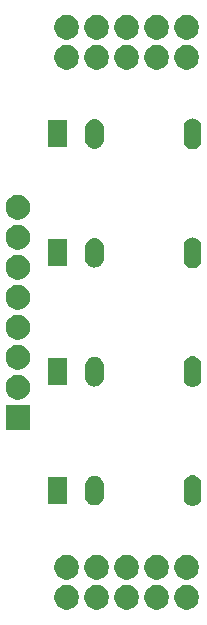
<source format=gbr>
G04 #@! TF.GenerationSoftware,KiCad,Pcbnew,5.1.5-52549c5~84~ubuntu18.04.1*
G04 #@! TF.CreationDate,2020-03-23T11:22:08-04:00*
G04 #@! TF.ProjectId,bbf-eurojacks-thonkiconn,6262662d-6575-4726-9f6a-61636b732d74,rev?*
G04 #@! TF.SameCoordinates,Original*
G04 #@! TF.FileFunction,Soldermask,Top*
G04 #@! TF.FilePolarity,Negative*
%FSLAX46Y46*%
G04 Gerber Fmt 4.6, Leading zero omitted, Abs format (unit mm)*
G04 Created by KiCad (PCBNEW 5.1.5-52549c5~84~ubuntu18.04.1) date 2020-03-23 11:22:08*
%MOMM*%
%LPD*%
G04 APERTURE LIST*
%ADD10C,0.100000*%
G04 APERTURE END LIST*
D10*
G36*
X152304865Y-128127220D02*
G01*
X152494388Y-128205723D01*
X152664954Y-128319692D01*
X152810008Y-128464746D01*
X152923977Y-128635312D01*
X153002480Y-128824835D01*
X153042500Y-129026031D01*
X153042500Y-129231169D01*
X153002480Y-129432365D01*
X152923977Y-129621888D01*
X152810008Y-129792454D01*
X152664954Y-129937508D01*
X152494388Y-130051477D01*
X152494387Y-130051478D01*
X152494386Y-130051478D01*
X152304865Y-130129980D01*
X152103670Y-130170000D01*
X151898530Y-130170000D01*
X151697335Y-130129980D01*
X151507814Y-130051478D01*
X151507813Y-130051478D01*
X151507812Y-130051477D01*
X151337246Y-129937508D01*
X151192192Y-129792454D01*
X151078223Y-129621888D01*
X150999720Y-129432365D01*
X150959700Y-129231169D01*
X150959700Y-129026031D01*
X150999720Y-128824835D01*
X151078223Y-128635312D01*
X151192192Y-128464746D01*
X151337246Y-128319692D01*
X151507812Y-128205723D01*
X151697335Y-128127220D01*
X151898530Y-128087200D01*
X152103670Y-128087200D01*
X152304865Y-128127220D01*
G37*
G36*
X154844865Y-128127220D02*
G01*
X155034388Y-128205723D01*
X155204954Y-128319692D01*
X155350008Y-128464746D01*
X155463977Y-128635312D01*
X155542480Y-128824835D01*
X155582500Y-129026031D01*
X155582500Y-129231169D01*
X155542480Y-129432365D01*
X155463977Y-129621888D01*
X155350008Y-129792454D01*
X155204954Y-129937508D01*
X155034388Y-130051477D01*
X155034387Y-130051478D01*
X155034386Y-130051478D01*
X154844865Y-130129980D01*
X154643670Y-130170000D01*
X154438530Y-130170000D01*
X154237335Y-130129980D01*
X154047814Y-130051478D01*
X154047813Y-130051478D01*
X154047812Y-130051477D01*
X153877246Y-129937508D01*
X153732192Y-129792454D01*
X153618223Y-129621888D01*
X153539720Y-129432365D01*
X153499700Y-129231169D01*
X153499700Y-129026031D01*
X153539720Y-128824835D01*
X153618223Y-128635312D01*
X153732192Y-128464746D01*
X153877246Y-128319692D01*
X154047812Y-128205723D01*
X154237335Y-128127220D01*
X154438530Y-128087200D01*
X154643670Y-128087200D01*
X154844865Y-128127220D01*
G37*
G36*
X157384865Y-128127220D02*
G01*
X157574388Y-128205723D01*
X157744954Y-128319692D01*
X157890008Y-128464746D01*
X158003977Y-128635312D01*
X158082480Y-128824835D01*
X158122500Y-129026031D01*
X158122500Y-129231169D01*
X158082480Y-129432365D01*
X158003977Y-129621888D01*
X157890008Y-129792454D01*
X157744954Y-129937508D01*
X157574388Y-130051477D01*
X157574387Y-130051478D01*
X157574386Y-130051478D01*
X157384865Y-130129980D01*
X157183670Y-130170000D01*
X156978530Y-130170000D01*
X156777335Y-130129980D01*
X156587814Y-130051478D01*
X156587813Y-130051478D01*
X156587812Y-130051477D01*
X156417246Y-129937508D01*
X156272192Y-129792454D01*
X156158223Y-129621888D01*
X156079720Y-129432365D01*
X156039700Y-129231169D01*
X156039700Y-129026031D01*
X156079720Y-128824835D01*
X156158223Y-128635312D01*
X156272192Y-128464746D01*
X156417246Y-128319692D01*
X156587812Y-128205723D01*
X156777335Y-128127220D01*
X156978530Y-128087200D01*
X157183670Y-128087200D01*
X157384865Y-128127220D01*
G37*
G36*
X149764865Y-128127220D02*
G01*
X149954388Y-128205723D01*
X150124954Y-128319692D01*
X150270008Y-128464746D01*
X150383977Y-128635312D01*
X150462480Y-128824835D01*
X150502500Y-129026031D01*
X150502500Y-129231169D01*
X150462480Y-129432365D01*
X150383977Y-129621888D01*
X150270008Y-129792454D01*
X150124954Y-129937508D01*
X149954388Y-130051477D01*
X149954387Y-130051478D01*
X149954386Y-130051478D01*
X149764865Y-130129980D01*
X149563670Y-130170000D01*
X149358530Y-130170000D01*
X149157335Y-130129980D01*
X148967814Y-130051478D01*
X148967813Y-130051478D01*
X148967812Y-130051477D01*
X148797246Y-129937508D01*
X148652192Y-129792454D01*
X148538223Y-129621888D01*
X148459720Y-129432365D01*
X148419700Y-129231169D01*
X148419700Y-129026031D01*
X148459720Y-128824835D01*
X148538223Y-128635312D01*
X148652192Y-128464746D01*
X148797246Y-128319692D01*
X148967812Y-128205723D01*
X149157335Y-128127220D01*
X149358530Y-128087200D01*
X149563670Y-128087200D01*
X149764865Y-128127220D01*
G37*
G36*
X147224865Y-128127220D02*
G01*
X147414388Y-128205723D01*
X147584954Y-128319692D01*
X147730008Y-128464746D01*
X147843977Y-128635312D01*
X147922480Y-128824835D01*
X147962500Y-129026031D01*
X147962500Y-129231169D01*
X147922480Y-129432365D01*
X147843977Y-129621888D01*
X147730008Y-129792454D01*
X147584954Y-129937508D01*
X147414388Y-130051477D01*
X147414387Y-130051478D01*
X147414386Y-130051478D01*
X147224865Y-130129980D01*
X147023670Y-130170000D01*
X146818530Y-130170000D01*
X146617335Y-130129980D01*
X146427814Y-130051478D01*
X146427813Y-130051478D01*
X146427812Y-130051477D01*
X146257246Y-129937508D01*
X146112192Y-129792454D01*
X145998223Y-129621888D01*
X145919720Y-129432365D01*
X145879700Y-129231169D01*
X145879700Y-129026031D01*
X145919720Y-128824835D01*
X145998223Y-128635312D01*
X146112192Y-128464746D01*
X146257246Y-128319692D01*
X146427812Y-128205723D01*
X146617335Y-128127220D01*
X146818530Y-128087200D01*
X147023670Y-128087200D01*
X147224865Y-128127220D01*
G37*
G36*
X157384865Y-125587220D02*
G01*
X157574388Y-125665723D01*
X157744954Y-125779692D01*
X157890008Y-125924746D01*
X158003977Y-126095312D01*
X158082480Y-126284835D01*
X158122500Y-126486031D01*
X158122500Y-126691169D01*
X158082480Y-126892365D01*
X158003977Y-127081888D01*
X157890008Y-127252454D01*
X157744954Y-127397508D01*
X157574388Y-127511477D01*
X157574387Y-127511478D01*
X157574386Y-127511478D01*
X157384865Y-127589980D01*
X157183670Y-127630000D01*
X156978530Y-127630000D01*
X156777335Y-127589980D01*
X156587814Y-127511478D01*
X156587813Y-127511478D01*
X156587812Y-127511477D01*
X156417246Y-127397508D01*
X156272192Y-127252454D01*
X156158223Y-127081888D01*
X156079720Y-126892365D01*
X156039700Y-126691169D01*
X156039700Y-126486031D01*
X156079720Y-126284835D01*
X156158223Y-126095312D01*
X156272192Y-125924746D01*
X156417246Y-125779692D01*
X156587812Y-125665723D01*
X156777335Y-125587220D01*
X156978530Y-125547200D01*
X157183670Y-125547200D01*
X157384865Y-125587220D01*
G37*
G36*
X147224865Y-125587220D02*
G01*
X147414388Y-125665723D01*
X147584954Y-125779692D01*
X147730008Y-125924746D01*
X147843977Y-126095312D01*
X147922480Y-126284835D01*
X147962500Y-126486031D01*
X147962500Y-126691169D01*
X147922480Y-126892365D01*
X147843977Y-127081888D01*
X147730008Y-127252454D01*
X147584954Y-127397508D01*
X147414388Y-127511477D01*
X147414387Y-127511478D01*
X147414386Y-127511478D01*
X147224865Y-127589980D01*
X147023670Y-127630000D01*
X146818530Y-127630000D01*
X146617335Y-127589980D01*
X146427814Y-127511478D01*
X146427813Y-127511478D01*
X146427812Y-127511477D01*
X146257246Y-127397508D01*
X146112192Y-127252454D01*
X145998223Y-127081888D01*
X145919720Y-126892365D01*
X145879700Y-126691169D01*
X145879700Y-126486031D01*
X145919720Y-126284835D01*
X145998223Y-126095312D01*
X146112192Y-125924746D01*
X146257246Y-125779692D01*
X146427812Y-125665723D01*
X146617335Y-125587220D01*
X146818530Y-125547200D01*
X147023670Y-125547200D01*
X147224865Y-125587220D01*
G37*
G36*
X149764865Y-125587220D02*
G01*
X149954388Y-125665723D01*
X150124954Y-125779692D01*
X150270008Y-125924746D01*
X150383977Y-126095312D01*
X150462480Y-126284835D01*
X150502500Y-126486031D01*
X150502500Y-126691169D01*
X150462480Y-126892365D01*
X150383977Y-127081888D01*
X150270008Y-127252454D01*
X150124954Y-127397508D01*
X149954388Y-127511477D01*
X149954387Y-127511478D01*
X149954386Y-127511478D01*
X149764865Y-127589980D01*
X149563670Y-127630000D01*
X149358530Y-127630000D01*
X149157335Y-127589980D01*
X148967814Y-127511478D01*
X148967813Y-127511478D01*
X148967812Y-127511477D01*
X148797246Y-127397508D01*
X148652192Y-127252454D01*
X148538223Y-127081888D01*
X148459720Y-126892365D01*
X148419700Y-126691169D01*
X148419700Y-126486031D01*
X148459720Y-126284835D01*
X148538223Y-126095312D01*
X148652192Y-125924746D01*
X148797246Y-125779692D01*
X148967812Y-125665723D01*
X149157335Y-125587220D01*
X149358530Y-125547200D01*
X149563670Y-125547200D01*
X149764865Y-125587220D01*
G37*
G36*
X152304865Y-125587220D02*
G01*
X152494388Y-125665723D01*
X152664954Y-125779692D01*
X152810008Y-125924746D01*
X152923977Y-126095312D01*
X153002480Y-126284835D01*
X153042500Y-126486031D01*
X153042500Y-126691169D01*
X153002480Y-126892365D01*
X152923977Y-127081888D01*
X152810008Y-127252454D01*
X152664954Y-127397508D01*
X152494388Y-127511477D01*
X152494387Y-127511478D01*
X152494386Y-127511478D01*
X152304865Y-127589980D01*
X152103670Y-127630000D01*
X151898530Y-127630000D01*
X151697335Y-127589980D01*
X151507814Y-127511478D01*
X151507813Y-127511478D01*
X151507812Y-127511477D01*
X151337246Y-127397508D01*
X151192192Y-127252454D01*
X151078223Y-127081888D01*
X150999720Y-126892365D01*
X150959700Y-126691169D01*
X150959700Y-126486031D01*
X150999720Y-126284835D01*
X151078223Y-126095312D01*
X151192192Y-125924746D01*
X151337246Y-125779692D01*
X151507812Y-125665723D01*
X151697335Y-125587220D01*
X151898530Y-125547200D01*
X152103670Y-125547200D01*
X152304865Y-125587220D01*
G37*
G36*
X154844865Y-125587220D02*
G01*
X155034388Y-125665723D01*
X155204954Y-125779692D01*
X155350008Y-125924746D01*
X155463977Y-126095312D01*
X155542480Y-126284835D01*
X155582500Y-126486031D01*
X155582500Y-126691169D01*
X155542480Y-126892365D01*
X155463977Y-127081888D01*
X155350008Y-127252454D01*
X155204954Y-127397508D01*
X155034388Y-127511477D01*
X155034387Y-127511478D01*
X155034386Y-127511478D01*
X154844865Y-127589980D01*
X154643670Y-127630000D01*
X154438530Y-127630000D01*
X154237335Y-127589980D01*
X154047814Y-127511478D01*
X154047813Y-127511478D01*
X154047812Y-127511477D01*
X153877246Y-127397508D01*
X153732192Y-127252454D01*
X153618223Y-127081888D01*
X153539720Y-126892365D01*
X153499700Y-126691169D01*
X153499700Y-126486031D01*
X153539720Y-126284835D01*
X153618223Y-126095312D01*
X153732192Y-125924746D01*
X153877246Y-125779692D01*
X154047812Y-125665723D01*
X154237335Y-125587220D01*
X154438530Y-125547200D01*
X154643670Y-125547200D01*
X154844865Y-125587220D01*
G37*
G36*
X157723322Y-118813467D02*
G01*
X157864886Y-118856410D01*
X157995352Y-118926146D01*
X158025140Y-118950592D01*
X158109707Y-119019993D01*
X158162618Y-119084467D01*
X158203554Y-119134348D01*
X158273290Y-119264814D01*
X158316233Y-119406378D01*
X158327100Y-119516713D01*
X158327100Y-120690487D01*
X158316233Y-120800822D01*
X158273290Y-120942386D01*
X158203554Y-121072852D01*
X158166884Y-121117534D01*
X158109707Y-121187206D01*
X158066299Y-121222829D01*
X157995351Y-121281054D01*
X157864885Y-121350790D01*
X157723321Y-121393733D01*
X157576100Y-121408233D01*
X157428878Y-121393733D01*
X157287314Y-121350790D01*
X157156848Y-121281054D01*
X157112166Y-121244384D01*
X157042494Y-121187207D01*
X156948647Y-121072852D01*
X156948646Y-121072851D01*
X156878910Y-120942385D01*
X156835967Y-120800821D01*
X156825100Y-120690486D01*
X156825101Y-119516713D01*
X156835968Y-119406378D01*
X156878911Y-119264814D01*
X156948647Y-119134348D01*
X156989583Y-119084467D01*
X157042494Y-119019993D01*
X157127061Y-118950592D01*
X157156849Y-118926146D01*
X157287315Y-118856410D01*
X157428879Y-118813467D01*
X157576100Y-118798967D01*
X157723322Y-118813467D01*
G37*
G36*
X149433123Y-118864190D02*
G01*
X149533782Y-118894725D01*
X149584113Y-118909992D01*
X149723265Y-118984371D01*
X149845233Y-119084467D01*
X149945329Y-119206435D01*
X150019708Y-119345587D01*
X150019708Y-119345588D01*
X150065510Y-119496577D01*
X150077100Y-119614255D01*
X150077100Y-120592945D01*
X150065510Y-120710623D01*
X150038149Y-120800819D01*
X150019708Y-120861613D01*
X149976533Y-120942387D01*
X149945329Y-121000765D01*
X149845233Y-121122733D01*
X149766671Y-121187206D01*
X149723264Y-121222829D01*
X149584112Y-121297208D01*
X149533781Y-121312475D01*
X149433122Y-121343010D01*
X149276100Y-121358475D01*
X149119077Y-121343010D01*
X149018418Y-121312475D01*
X148968087Y-121297208D01*
X148828935Y-121222829D01*
X148706967Y-121122733D01*
X148606871Y-121000764D01*
X148575667Y-120942386D01*
X148532492Y-120861612D01*
X148514051Y-120800819D01*
X148486690Y-120710622D01*
X148475100Y-120592944D01*
X148475100Y-119614255D01*
X148486691Y-119496577D01*
X148532493Y-119345588D01*
X148532493Y-119345587D01*
X148606872Y-119206435D01*
X148706968Y-119084467D01*
X148828936Y-118984371D01*
X148968088Y-118909992D01*
X149018419Y-118894725D01*
X149119078Y-118864190D01*
X149276100Y-118848725D01*
X149433123Y-118864190D01*
G37*
G36*
X146977100Y-121254600D02*
G01*
X145375100Y-121254600D01*
X145375100Y-118952600D01*
X146977100Y-118952600D01*
X146977100Y-121254600D01*
G37*
G36*
X143827500Y-114930000D02*
G01*
X141744700Y-114930000D01*
X141744700Y-112847200D01*
X143827500Y-112847200D01*
X143827500Y-114930000D01*
G37*
G36*
X143089865Y-110347220D02*
G01*
X143279388Y-110425723D01*
X143449954Y-110539692D01*
X143595008Y-110684746D01*
X143667838Y-110793744D01*
X143708978Y-110855314D01*
X143787480Y-111044835D01*
X143802300Y-111119338D01*
X143827500Y-111246031D01*
X143827500Y-111451169D01*
X143787480Y-111652365D01*
X143708977Y-111841888D01*
X143595008Y-112012454D01*
X143449954Y-112157508D01*
X143279388Y-112271477D01*
X143279387Y-112271478D01*
X143279386Y-112271478D01*
X143089865Y-112349980D01*
X142888670Y-112390000D01*
X142683530Y-112390000D01*
X142482335Y-112349980D01*
X142292814Y-112271478D01*
X142292813Y-112271478D01*
X142292812Y-112271477D01*
X142122246Y-112157508D01*
X141977192Y-112012454D01*
X141863223Y-111841888D01*
X141784720Y-111652365D01*
X141744700Y-111451169D01*
X141744700Y-111246031D01*
X141769901Y-111119338D01*
X141784720Y-111044835D01*
X141863222Y-110855314D01*
X141904362Y-110793744D01*
X141977192Y-110684746D01*
X142122246Y-110539692D01*
X142292812Y-110425723D01*
X142482335Y-110347220D01*
X142683530Y-110307200D01*
X142888670Y-110307200D01*
X143089865Y-110347220D01*
G37*
G36*
X157723322Y-108745599D02*
G01*
X157864886Y-108788542D01*
X157995352Y-108858278D01*
X158025140Y-108882724D01*
X158109707Y-108952125D01*
X158162618Y-109016599D01*
X158203554Y-109066480D01*
X158273290Y-109196946D01*
X158316233Y-109338510D01*
X158327100Y-109448845D01*
X158327100Y-110622619D01*
X158316233Y-110732954D01*
X158273290Y-110874518D01*
X158203554Y-111004984D01*
X158170849Y-111044835D01*
X158109707Y-111119338D01*
X158066299Y-111154961D01*
X157995351Y-111213186D01*
X157864885Y-111282922D01*
X157723321Y-111325865D01*
X157576100Y-111340365D01*
X157428878Y-111325865D01*
X157287314Y-111282922D01*
X157156848Y-111213186D01*
X157112166Y-111176516D01*
X157042494Y-111119339D01*
X156989582Y-111054864D01*
X156948646Y-111004983D01*
X156878910Y-110874517D01*
X156835967Y-110732953D01*
X156825100Y-110622618D01*
X156825101Y-109448845D01*
X156835968Y-109338510D01*
X156878911Y-109196946D01*
X156948647Y-109066480D01*
X156989583Y-109016599D01*
X157042494Y-108952125D01*
X157127061Y-108882724D01*
X157156849Y-108858278D01*
X157287315Y-108788542D01*
X157428879Y-108745599D01*
X157576100Y-108731099D01*
X157723322Y-108745599D01*
G37*
G36*
X149433123Y-108796322D02*
G01*
X149533782Y-108826857D01*
X149584113Y-108842124D01*
X149723265Y-108916503D01*
X149845233Y-109016599D01*
X149945329Y-109138567D01*
X150019708Y-109277719D01*
X150019708Y-109277720D01*
X150065510Y-109428709D01*
X150077100Y-109546387D01*
X150077100Y-110525077D01*
X150065510Y-110642755D01*
X150038149Y-110732951D01*
X150019708Y-110793745D01*
X149976533Y-110874519D01*
X149945329Y-110932897D01*
X149845233Y-111054865D01*
X149766671Y-111119338D01*
X149723264Y-111154961D01*
X149584112Y-111229340D01*
X149533781Y-111244607D01*
X149433122Y-111275142D01*
X149276100Y-111290607D01*
X149119077Y-111275142D01*
X149018418Y-111244607D01*
X148968087Y-111229340D01*
X148828935Y-111154961D01*
X148706967Y-111054865D01*
X148606871Y-110932896D01*
X148575667Y-110874518D01*
X148532492Y-110793744D01*
X148499428Y-110684746D01*
X148486690Y-110642754D01*
X148478963Y-110564302D01*
X148475100Y-110525077D01*
X148475100Y-109546387D01*
X148482382Y-109472454D01*
X148486691Y-109428709D01*
X148532493Y-109277720D01*
X148532493Y-109277719D01*
X148606872Y-109138567D01*
X148706968Y-109016599D01*
X148828936Y-108916503D01*
X148968088Y-108842124D01*
X149018419Y-108826857D01*
X149119078Y-108796322D01*
X149276100Y-108780857D01*
X149433123Y-108796322D01*
G37*
G36*
X146977100Y-111186732D02*
G01*
X145375100Y-111186732D01*
X145375100Y-108884732D01*
X146977100Y-108884732D01*
X146977100Y-111186732D01*
G37*
G36*
X143089865Y-107807220D02*
G01*
X143279388Y-107885723D01*
X143449954Y-107999692D01*
X143595008Y-108144746D01*
X143595009Y-108144748D01*
X143708978Y-108315314D01*
X143787480Y-108504835D01*
X143827500Y-108706030D01*
X143827500Y-108911170D01*
X143819353Y-108952126D01*
X143787480Y-109112365D01*
X143708977Y-109301888D01*
X143595008Y-109472454D01*
X143449954Y-109617508D01*
X143279388Y-109731477D01*
X143279387Y-109731478D01*
X143279386Y-109731478D01*
X143089865Y-109809980D01*
X142888670Y-109850000D01*
X142683530Y-109850000D01*
X142482335Y-109809980D01*
X142292814Y-109731478D01*
X142292813Y-109731478D01*
X142292812Y-109731477D01*
X142122246Y-109617508D01*
X141977192Y-109472454D01*
X141863223Y-109301888D01*
X141784720Y-109112365D01*
X141752847Y-108952126D01*
X141744700Y-108911170D01*
X141744700Y-108706030D01*
X141784720Y-108504835D01*
X141863222Y-108315314D01*
X141977191Y-108144748D01*
X141977192Y-108144746D01*
X142122246Y-107999692D01*
X142292812Y-107885723D01*
X142482335Y-107807220D01*
X142683530Y-107767200D01*
X142888670Y-107767200D01*
X143089865Y-107807220D01*
G37*
G36*
X143089865Y-105267220D02*
G01*
X143279388Y-105345723D01*
X143449954Y-105459692D01*
X143595008Y-105604746D01*
X143708977Y-105775312D01*
X143787480Y-105964835D01*
X143827500Y-106166031D01*
X143827500Y-106371169D01*
X143787480Y-106572365D01*
X143708977Y-106761888D01*
X143595008Y-106932454D01*
X143449954Y-107077508D01*
X143279388Y-107191477D01*
X143279387Y-107191478D01*
X143279386Y-107191478D01*
X143089865Y-107269980D01*
X142888670Y-107310000D01*
X142683530Y-107310000D01*
X142482335Y-107269980D01*
X142292814Y-107191478D01*
X142292813Y-107191478D01*
X142292812Y-107191477D01*
X142122246Y-107077508D01*
X141977192Y-106932454D01*
X141863223Y-106761888D01*
X141784720Y-106572365D01*
X141744700Y-106371169D01*
X141744700Y-106166031D01*
X141784720Y-105964835D01*
X141863223Y-105775312D01*
X141977192Y-105604746D01*
X142122246Y-105459692D01*
X142292812Y-105345723D01*
X142482335Y-105267220D01*
X142683530Y-105227200D01*
X142888670Y-105227200D01*
X143089865Y-105267220D01*
G37*
G36*
X143089865Y-102727220D02*
G01*
X143279388Y-102805723D01*
X143449954Y-102919692D01*
X143595008Y-103064746D01*
X143708977Y-103235312D01*
X143787480Y-103424835D01*
X143827500Y-103626031D01*
X143827500Y-103831169D01*
X143787480Y-104032365D01*
X143708977Y-104221888D01*
X143595008Y-104392454D01*
X143449954Y-104537508D01*
X143279388Y-104651477D01*
X143279387Y-104651478D01*
X143279386Y-104651478D01*
X143089865Y-104729980D01*
X142888670Y-104770000D01*
X142683530Y-104770000D01*
X142482335Y-104729980D01*
X142292814Y-104651478D01*
X142292813Y-104651478D01*
X142292812Y-104651477D01*
X142122246Y-104537508D01*
X141977192Y-104392454D01*
X141863223Y-104221888D01*
X141784720Y-104032365D01*
X141744700Y-103831169D01*
X141744700Y-103626031D01*
X141784720Y-103424835D01*
X141863223Y-103235312D01*
X141977192Y-103064746D01*
X142122246Y-102919692D01*
X142292812Y-102805723D01*
X142482335Y-102727220D01*
X142683530Y-102687200D01*
X142888670Y-102687200D01*
X143089865Y-102727220D01*
G37*
G36*
X143089865Y-100187220D02*
G01*
X143279388Y-100265723D01*
X143449954Y-100379692D01*
X143595008Y-100524746D01*
X143688781Y-100665087D01*
X143708978Y-100695314D01*
X143787480Y-100884835D01*
X143807802Y-100986999D01*
X143827500Y-101086031D01*
X143827500Y-101291169D01*
X143787480Y-101492365D01*
X143708977Y-101681888D01*
X143595008Y-101852454D01*
X143449954Y-101997508D01*
X143279388Y-102111477D01*
X143279387Y-102111478D01*
X143279386Y-102111478D01*
X143089865Y-102189980D01*
X142888670Y-102230000D01*
X142683530Y-102230000D01*
X142482335Y-102189980D01*
X142292814Y-102111478D01*
X142292813Y-102111478D01*
X142292812Y-102111477D01*
X142122246Y-101997508D01*
X141977192Y-101852454D01*
X141863223Y-101681888D01*
X141784720Y-101492365D01*
X141744700Y-101291169D01*
X141744700Y-101086031D01*
X141764399Y-100986999D01*
X141784720Y-100884835D01*
X141863222Y-100695314D01*
X141883419Y-100665087D01*
X141977192Y-100524746D01*
X142122246Y-100379692D01*
X142292812Y-100265723D01*
X142482335Y-100187220D01*
X142683530Y-100147200D01*
X142888670Y-100147200D01*
X143089865Y-100187220D01*
G37*
G36*
X157723322Y-98677733D02*
G01*
X157864886Y-98720676D01*
X157995352Y-98790412D01*
X158025140Y-98814858D01*
X158109707Y-98884259D01*
X158179108Y-98968826D01*
X158203554Y-98998614D01*
X158273290Y-99129080D01*
X158316233Y-99270644D01*
X158327100Y-99380979D01*
X158327100Y-100554753D01*
X158316233Y-100665088D01*
X158273290Y-100806652D01*
X158203554Y-100937118D01*
X158166884Y-100981800D01*
X158109707Y-101051472D01*
X158066299Y-101087095D01*
X157995351Y-101145320D01*
X157864885Y-101215056D01*
X157723321Y-101257999D01*
X157576100Y-101272499D01*
X157428878Y-101257999D01*
X157287314Y-101215056D01*
X157156848Y-101145320D01*
X157112166Y-101108650D01*
X157042494Y-101051473D01*
X156948647Y-100937118D01*
X156948646Y-100937117D01*
X156878910Y-100806651D01*
X156835967Y-100665087D01*
X156825100Y-100554752D01*
X156825101Y-99380979D01*
X156835968Y-99270644D01*
X156878911Y-99129080D01*
X156948647Y-98998614D01*
X156973093Y-98968826D01*
X157042494Y-98884259D01*
X157127061Y-98814858D01*
X157156849Y-98790412D01*
X157287315Y-98720676D01*
X157428879Y-98677733D01*
X157576100Y-98663233D01*
X157723322Y-98677733D01*
G37*
G36*
X149433123Y-98728456D02*
G01*
X149508001Y-98751170D01*
X149584113Y-98774258D01*
X149723265Y-98848637D01*
X149845233Y-98948733D01*
X149945329Y-99070701D01*
X150019708Y-99209853D01*
X150019708Y-99209854D01*
X150065510Y-99360843D01*
X150077100Y-99478521D01*
X150077100Y-100457211D01*
X150065510Y-100574889D01*
X150038149Y-100665085D01*
X150019708Y-100725879D01*
X149976533Y-100806653D01*
X149945329Y-100865031D01*
X149845233Y-100986999D01*
X149723264Y-101087095D01*
X149584112Y-101161474D01*
X149533781Y-101176741D01*
X149433122Y-101207276D01*
X149276100Y-101222741D01*
X149119077Y-101207276D01*
X149018418Y-101176741D01*
X148968087Y-101161474D01*
X148828935Y-101087095D01*
X148827637Y-101086030D01*
X148706967Y-100986999D01*
X148606871Y-100865030D01*
X148575667Y-100806652D01*
X148532492Y-100725878D01*
X148514051Y-100665085D01*
X148486690Y-100574888D01*
X148475100Y-100457210D01*
X148475100Y-99478521D01*
X148486691Y-99360843D01*
X148532493Y-99209854D01*
X148532493Y-99209853D01*
X148606872Y-99070701D01*
X148706968Y-98948733D01*
X148828936Y-98848637D01*
X148968088Y-98774258D01*
X149044200Y-98751170D01*
X149119078Y-98728456D01*
X149276100Y-98712991D01*
X149433123Y-98728456D01*
G37*
G36*
X146977100Y-101118866D02*
G01*
X145375100Y-101118866D01*
X145375100Y-98816866D01*
X146977100Y-98816866D01*
X146977100Y-101118866D01*
G37*
G36*
X143089865Y-97647220D02*
G01*
X143279388Y-97725723D01*
X143449954Y-97839692D01*
X143595008Y-97984746D01*
X143595009Y-97984748D01*
X143708978Y-98155314D01*
X143787480Y-98344835D01*
X143827500Y-98546030D01*
X143827500Y-98751170D01*
X143819694Y-98790412D01*
X143787480Y-98952365D01*
X143708977Y-99141888D01*
X143595008Y-99312454D01*
X143449954Y-99457508D01*
X143279388Y-99571477D01*
X143279387Y-99571478D01*
X143279386Y-99571478D01*
X143089865Y-99649980D01*
X142888670Y-99690000D01*
X142683530Y-99690000D01*
X142482335Y-99649980D01*
X142292814Y-99571478D01*
X142292813Y-99571478D01*
X142292812Y-99571477D01*
X142122246Y-99457508D01*
X141977192Y-99312454D01*
X141863223Y-99141888D01*
X141784720Y-98952365D01*
X141752506Y-98790412D01*
X141744700Y-98751170D01*
X141744700Y-98546030D01*
X141784720Y-98344835D01*
X141863222Y-98155314D01*
X141977191Y-97984748D01*
X141977192Y-97984746D01*
X142122246Y-97839692D01*
X142292812Y-97725723D01*
X142482335Y-97647220D01*
X142683530Y-97607200D01*
X142888670Y-97607200D01*
X143089865Y-97647220D01*
G37*
G36*
X143089865Y-95107220D02*
G01*
X143279388Y-95185723D01*
X143449954Y-95299692D01*
X143595008Y-95444746D01*
X143708977Y-95615312D01*
X143787480Y-95804835D01*
X143827500Y-96006031D01*
X143827500Y-96211169D01*
X143787480Y-96412365D01*
X143708977Y-96601888D01*
X143595008Y-96772454D01*
X143449954Y-96917508D01*
X143279388Y-97031477D01*
X143279387Y-97031478D01*
X143279386Y-97031478D01*
X143089865Y-97109980D01*
X142888670Y-97150000D01*
X142683530Y-97150000D01*
X142482335Y-97109980D01*
X142292814Y-97031478D01*
X142292813Y-97031478D01*
X142292812Y-97031477D01*
X142122246Y-96917508D01*
X141977192Y-96772454D01*
X141863223Y-96601888D01*
X141784720Y-96412365D01*
X141744700Y-96211169D01*
X141744700Y-96006031D01*
X141784720Y-95804835D01*
X141863223Y-95615312D01*
X141977192Y-95444746D01*
X142122246Y-95299692D01*
X142292812Y-95185723D01*
X142482335Y-95107220D01*
X142683530Y-95067200D01*
X142888670Y-95067200D01*
X143089865Y-95107220D01*
G37*
G36*
X157723322Y-88609867D02*
G01*
X157864886Y-88652810D01*
X157995352Y-88722546D01*
X158025140Y-88746992D01*
X158109707Y-88816393D01*
X158162618Y-88880867D01*
X158203554Y-88930748D01*
X158273290Y-89061214D01*
X158316233Y-89202778D01*
X158327100Y-89313113D01*
X158327100Y-90486887D01*
X158316233Y-90597222D01*
X158273290Y-90738786D01*
X158203554Y-90869252D01*
X158166884Y-90913934D01*
X158109707Y-90983606D01*
X158066299Y-91019229D01*
X157995351Y-91077454D01*
X157864885Y-91147190D01*
X157723321Y-91190133D01*
X157576100Y-91204633D01*
X157428878Y-91190133D01*
X157287314Y-91147190D01*
X157156848Y-91077454D01*
X157112166Y-91040784D01*
X157042494Y-90983607D01*
X156948647Y-90869252D01*
X156948646Y-90869251D01*
X156878910Y-90738785D01*
X156835967Y-90597221D01*
X156825100Y-90486886D01*
X156825101Y-89313113D01*
X156835968Y-89202778D01*
X156878911Y-89061214D01*
X156948647Y-88930748D01*
X156989583Y-88880867D01*
X157042494Y-88816393D01*
X157127061Y-88746992D01*
X157156849Y-88722546D01*
X157287315Y-88652810D01*
X157428879Y-88609867D01*
X157576100Y-88595367D01*
X157723322Y-88609867D01*
G37*
G36*
X149433123Y-88660590D02*
G01*
X149533782Y-88691125D01*
X149584113Y-88706392D01*
X149723265Y-88780771D01*
X149845233Y-88880867D01*
X149945329Y-89002835D01*
X150019708Y-89141987D01*
X150019708Y-89141988D01*
X150065510Y-89292977D01*
X150077100Y-89410655D01*
X150077100Y-90389345D01*
X150065510Y-90507023D01*
X150038149Y-90597219D01*
X150019708Y-90658013D01*
X149976533Y-90738787D01*
X149945329Y-90797165D01*
X149845233Y-90919133D01*
X149766671Y-90983606D01*
X149723264Y-91019229D01*
X149584112Y-91093608D01*
X149533781Y-91108875D01*
X149433122Y-91139410D01*
X149276100Y-91154875D01*
X149119077Y-91139410D01*
X149018418Y-91108875D01*
X148968087Y-91093608D01*
X148828935Y-91019229D01*
X148706967Y-90919133D01*
X148606871Y-90797164D01*
X148575667Y-90738786D01*
X148532492Y-90658012D01*
X148514051Y-90597219D01*
X148486690Y-90507022D01*
X148475100Y-90389344D01*
X148475100Y-89410655D01*
X148486691Y-89292977D01*
X148532493Y-89141988D01*
X148532493Y-89141987D01*
X148606872Y-89002835D01*
X148706968Y-88880867D01*
X148828936Y-88780771D01*
X148968088Y-88706392D01*
X149018419Y-88691125D01*
X149119078Y-88660590D01*
X149276100Y-88645125D01*
X149433123Y-88660590D01*
G37*
G36*
X146977100Y-91051000D02*
G01*
X145375100Y-91051000D01*
X145375100Y-88749000D01*
X146977100Y-88749000D01*
X146977100Y-91051000D01*
G37*
G36*
X152304865Y-82407220D02*
G01*
X152494388Y-82485723D01*
X152664954Y-82599692D01*
X152810008Y-82744746D01*
X152923977Y-82915312D01*
X153002480Y-83104835D01*
X153042500Y-83306031D01*
X153042500Y-83511169D01*
X153002480Y-83712365D01*
X152923977Y-83901888D01*
X152810008Y-84072454D01*
X152664954Y-84217508D01*
X152494388Y-84331477D01*
X152494387Y-84331478D01*
X152494386Y-84331478D01*
X152304865Y-84409980D01*
X152103670Y-84450000D01*
X151898530Y-84450000D01*
X151697335Y-84409980D01*
X151507814Y-84331478D01*
X151507813Y-84331478D01*
X151507812Y-84331477D01*
X151337246Y-84217508D01*
X151192192Y-84072454D01*
X151078223Y-83901888D01*
X150999720Y-83712365D01*
X150959700Y-83511169D01*
X150959700Y-83306031D01*
X150999720Y-83104835D01*
X151078223Y-82915312D01*
X151192192Y-82744746D01*
X151337246Y-82599692D01*
X151507812Y-82485723D01*
X151697335Y-82407220D01*
X151898530Y-82367200D01*
X152103670Y-82367200D01*
X152304865Y-82407220D01*
G37*
G36*
X147224865Y-82407220D02*
G01*
X147414388Y-82485723D01*
X147584954Y-82599692D01*
X147730008Y-82744746D01*
X147843977Y-82915312D01*
X147922480Y-83104835D01*
X147962500Y-83306031D01*
X147962500Y-83511169D01*
X147922480Y-83712365D01*
X147843977Y-83901888D01*
X147730008Y-84072454D01*
X147584954Y-84217508D01*
X147414388Y-84331477D01*
X147414387Y-84331478D01*
X147414386Y-84331478D01*
X147224865Y-84409980D01*
X147023670Y-84450000D01*
X146818530Y-84450000D01*
X146617335Y-84409980D01*
X146427814Y-84331478D01*
X146427813Y-84331478D01*
X146427812Y-84331477D01*
X146257246Y-84217508D01*
X146112192Y-84072454D01*
X145998223Y-83901888D01*
X145919720Y-83712365D01*
X145879700Y-83511169D01*
X145879700Y-83306031D01*
X145919720Y-83104835D01*
X145998223Y-82915312D01*
X146112192Y-82744746D01*
X146257246Y-82599692D01*
X146427812Y-82485723D01*
X146617335Y-82407220D01*
X146818530Y-82367200D01*
X147023670Y-82367200D01*
X147224865Y-82407220D01*
G37*
G36*
X149764865Y-82407220D02*
G01*
X149954388Y-82485723D01*
X150124954Y-82599692D01*
X150270008Y-82744746D01*
X150383977Y-82915312D01*
X150462480Y-83104835D01*
X150502500Y-83306031D01*
X150502500Y-83511169D01*
X150462480Y-83712365D01*
X150383977Y-83901888D01*
X150270008Y-84072454D01*
X150124954Y-84217508D01*
X149954388Y-84331477D01*
X149954387Y-84331478D01*
X149954386Y-84331478D01*
X149764865Y-84409980D01*
X149563670Y-84450000D01*
X149358530Y-84450000D01*
X149157335Y-84409980D01*
X148967814Y-84331478D01*
X148967813Y-84331478D01*
X148967812Y-84331477D01*
X148797246Y-84217508D01*
X148652192Y-84072454D01*
X148538223Y-83901888D01*
X148459720Y-83712365D01*
X148419700Y-83511169D01*
X148419700Y-83306031D01*
X148459720Y-83104835D01*
X148538223Y-82915312D01*
X148652192Y-82744746D01*
X148797246Y-82599692D01*
X148967812Y-82485723D01*
X149157335Y-82407220D01*
X149358530Y-82367200D01*
X149563670Y-82367200D01*
X149764865Y-82407220D01*
G37*
G36*
X157384865Y-82407220D02*
G01*
X157574388Y-82485723D01*
X157744954Y-82599692D01*
X157890008Y-82744746D01*
X158003977Y-82915312D01*
X158082480Y-83104835D01*
X158122500Y-83306031D01*
X158122500Y-83511169D01*
X158082480Y-83712365D01*
X158003977Y-83901888D01*
X157890008Y-84072454D01*
X157744954Y-84217508D01*
X157574388Y-84331477D01*
X157574387Y-84331478D01*
X157574386Y-84331478D01*
X157384865Y-84409980D01*
X157183670Y-84450000D01*
X156978530Y-84450000D01*
X156777335Y-84409980D01*
X156587814Y-84331478D01*
X156587813Y-84331478D01*
X156587812Y-84331477D01*
X156417246Y-84217508D01*
X156272192Y-84072454D01*
X156158223Y-83901888D01*
X156079720Y-83712365D01*
X156039700Y-83511169D01*
X156039700Y-83306031D01*
X156079720Y-83104835D01*
X156158223Y-82915312D01*
X156272192Y-82744746D01*
X156417246Y-82599692D01*
X156587812Y-82485723D01*
X156777335Y-82407220D01*
X156978530Y-82367200D01*
X157183670Y-82367200D01*
X157384865Y-82407220D01*
G37*
G36*
X154844865Y-82407220D02*
G01*
X155034388Y-82485723D01*
X155204954Y-82599692D01*
X155350008Y-82744746D01*
X155463977Y-82915312D01*
X155542480Y-83104835D01*
X155582500Y-83306031D01*
X155582500Y-83511169D01*
X155542480Y-83712365D01*
X155463977Y-83901888D01*
X155350008Y-84072454D01*
X155204954Y-84217508D01*
X155034388Y-84331477D01*
X155034387Y-84331478D01*
X155034386Y-84331478D01*
X154844865Y-84409980D01*
X154643670Y-84450000D01*
X154438530Y-84450000D01*
X154237335Y-84409980D01*
X154047814Y-84331478D01*
X154047813Y-84331478D01*
X154047812Y-84331477D01*
X153877246Y-84217508D01*
X153732192Y-84072454D01*
X153618223Y-83901888D01*
X153539720Y-83712365D01*
X153499700Y-83511169D01*
X153499700Y-83306031D01*
X153539720Y-83104835D01*
X153618223Y-82915312D01*
X153732192Y-82744746D01*
X153877246Y-82599692D01*
X154047812Y-82485723D01*
X154237335Y-82407220D01*
X154438530Y-82367200D01*
X154643670Y-82367200D01*
X154844865Y-82407220D01*
G37*
G36*
X154844865Y-79867220D02*
G01*
X155034388Y-79945723D01*
X155204954Y-80059692D01*
X155350008Y-80204746D01*
X155463977Y-80375312D01*
X155542480Y-80564835D01*
X155582500Y-80766031D01*
X155582500Y-80971169D01*
X155542480Y-81172365D01*
X155463977Y-81361888D01*
X155350008Y-81532454D01*
X155204954Y-81677508D01*
X155034388Y-81791477D01*
X155034387Y-81791478D01*
X155034386Y-81791478D01*
X154844865Y-81869980D01*
X154643670Y-81910000D01*
X154438530Y-81910000D01*
X154237335Y-81869980D01*
X154047814Y-81791478D01*
X154047813Y-81791478D01*
X154047812Y-81791477D01*
X153877246Y-81677508D01*
X153732192Y-81532454D01*
X153618223Y-81361888D01*
X153539720Y-81172365D01*
X153499700Y-80971169D01*
X153499700Y-80766031D01*
X153539720Y-80564835D01*
X153618223Y-80375312D01*
X153732192Y-80204746D01*
X153877246Y-80059692D01*
X154047812Y-79945723D01*
X154237335Y-79867220D01*
X154438530Y-79827200D01*
X154643670Y-79827200D01*
X154844865Y-79867220D01*
G37*
G36*
X152304865Y-79867220D02*
G01*
X152494388Y-79945723D01*
X152664954Y-80059692D01*
X152810008Y-80204746D01*
X152923977Y-80375312D01*
X153002480Y-80564835D01*
X153042500Y-80766031D01*
X153042500Y-80971169D01*
X153002480Y-81172365D01*
X152923977Y-81361888D01*
X152810008Y-81532454D01*
X152664954Y-81677508D01*
X152494388Y-81791477D01*
X152494387Y-81791478D01*
X152494386Y-81791478D01*
X152304865Y-81869980D01*
X152103670Y-81910000D01*
X151898530Y-81910000D01*
X151697335Y-81869980D01*
X151507814Y-81791478D01*
X151507813Y-81791478D01*
X151507812Y-81791477D01*
X151337246Y-81677508D01*
X151192192Y-81532454D01*
X151078223Y-81361888D01*
X150999720Y-81172365D01*
X150959700Y-80971169D01*
X150959700Y-80766031D01*
X150999720Y-80564835D01*
X151078223Y-80375312D01*
X151192192Y-80204746D01*
X151337246Y-80059692D01*
X151507812Y-79945723D01*
X151697335Y-79867220D01*
X151898530Y-79827200D01*
X152103670Y-79827200D01*
X152304865Y-79867220D01*
G37*
G36*
X149764865Y-79867220D02*
G01*
X149954388Y-79945723D01*
X150124954Y-80059692D01*
X150270008Y-80204746D01*
X150383977Y-80375312D01*
X150462480Y-80564835D01*
X150502500Y-80766031D01*
X150502500Y-80971169D01*
X150462480Y-81172365D01*
X150383977Y-81361888D01*
X150270008Y-81532454D01*
X150124954Y-81677508D01*
X149954388Y-81791477D01*
X149954387Y-81791478D01*
X149954386Y-81791478D01*
X149764865Y-81869980D01*
X149563670Y-81910000D01*
X149358530Y-81910000D01*
X149157335Y-81869980D01*
X148967814Y-81791478D01*
X148967813Y-81791478D01*
X148967812Y-81791477D01*
X148797246Y-81677508D01*
X148652192Y-81532454D01*
X148538223Y-81361888D01*
X148459720Y-81172365D01*
X148419700Y-80971169D01*
X148419700Y-80766031D01*
X148459720Y-80564835D01*
X148538223Y-80375312D01*
X148652192Y-80204746D01*
X148797246Y-80059692D01*
X148967812Y-79945723D01*
X149157335Y-79867220D01*
X149358530Y-79827200D01*
X149563670Y-79827200D01*
X149764865Y-79867220D01*
G37*
G36*
X147224865Y-79867220D02*
G01*
X147414388Y-79945723D01*
X147584954Y-80059692D01*
X147730008Y-80204746D01*
X147843977Y-80375312D01*
X147922480Y-80564835D01*
X147962500Y-80766031D01*
X147962500Y-80971169D01*
X147922480Y-81172365D01*
X147843977Y-81361888D01*
X147730008Y-81532454D01*
X147584954Y-81677508D01*
X147414388Y-81791477D01*
X147414387Y-81791478D01*
X147414386Y-81791478D01*
X147224865Y-81869980D01*
X147023670Y-81910000D01*
X146818530Y-81910000D01*
X146617335Y-81869980D01*
X146427814Y-81791478D01*
X146427813Y-81791478D01*
X146427812Y-81791477D01*
X146257246Y-81677508D01*
X146112192Y-81532454D01*
X145998223Y-81361888D01*
X145919720Y-81172365D01*
X145879700Y-80971169D01*
X145879700Y-80766031D01*
X145919720Y-80564835D01*
X145998223Y-80375312D01*
X146112192Y-80204746D01*
X146257246Y-80059692D01*
X146427812Y-79945723D01*
X146617335Y-79867220D01*
X146818530Y-79827200D01*
X147023670Y-79827200D01*
X147224865Y-79867220D01*
G37*
G36*
X157384865Y-79867220D02*
G01*
X157574388Y-79945723D01*
X157744954Y-80059692D01*
X157890008Y-80204746D01*
X158003977Y-80375312D01*
X158082480Y-80564835D01*
X158122500Y-80766031D01*
X158122500Y-80971169D01*
X158082480Y-81172365D01*
X158003977Y-81361888D01*
X157890008Y-81532454D01*
X157744954Y-81677508D01*
X157574388Y-81791477D01*
X157574387Y-81791478D01*
X157574386Y-81791478D01*
X157384865Y-81869980D01*
X157183670Y-81910000D01*
X156978530Y-81910000D01*
X156777335Y-81869980D01*
X156587814Y-81791478D01*
X156587813Y-81791478D01*
X156587812Y-81791477D01*
X156417246Y-81677508D01*
X156272192Y-81532454D01*
X156158223Y-81361888D01*
X156079720Y-81172365D01*
X156039700Y-80971169D01*
X156039700Y-80766031D01*
X156079720Y-80564835D01*
X156158223Y-80375312D01*
X156272192Y-80204746D01*
X156417246Y-80059692D01*
X156587812Y-79945723D01*
X156777335Y-79867220D01*
X156978530Y-79827200D01*
X157183670Y-79827200D01*
X157384865Y-79867220D01*
G37*
M02*

</source>
